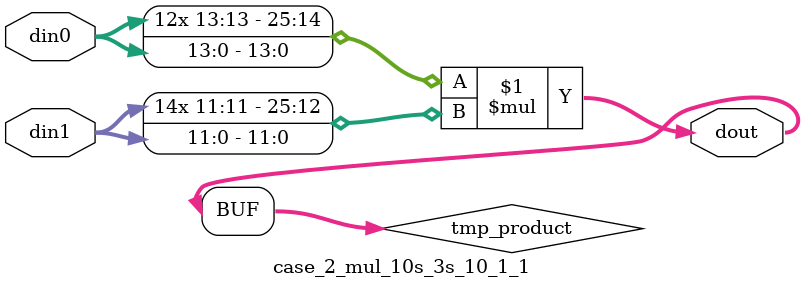
<source format=v>

`timescale 1 ns / 1 ps

 module case_2_mul_10s_3s_10_1_1(din0, din1, dout);
parameter ID = 1;
parameter NUM_STAGE = 0;
parameter din0_WIDTH = 14;
parameter din1_WIDTH = 12;
parameter dout_WIDTH = 26;

input [din0_WIDTH - 1 : 0] din0; 
input [din1_WIDTH - 1 : 0] din1; 
output [dout_WIDTH - 1 : 0] dout;

wire signed [dout_WIDTH - 1 : 0] tmp_product;



























assign tmp_product = $signed(din0) * $signed(din1);








assign dout = tmp_product;





















endmodule

</source>
